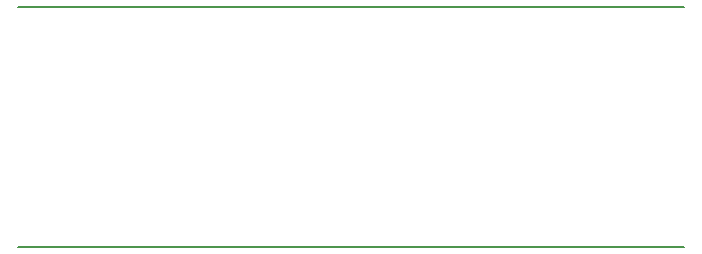
<source format=gbr>
G04 #@! TF.FileFunction,Other,ECO1*
%FSLAX46Y46*%
G04 Gerber Fmt 4.6, Leading zero omitted, Abs format (unit mm)*
G04 Created by KiCad (PCBNEW 4.0.7) date Fri Jun  8 12:20:10 2018*
%MOMM*%
%LPD*%
G01*
G04 APERTURE LIST*
%ADD10C,0.100000*%
%ADD11C,0.200000*%
G04 APERTURE END LIST*
D10*
D11*
X199644000Y-123952000D02*
X143256000Y-123952000D01*
X199644000Y-103632000D02*
X143256000Y-103632000D01*
M02*

</source>
